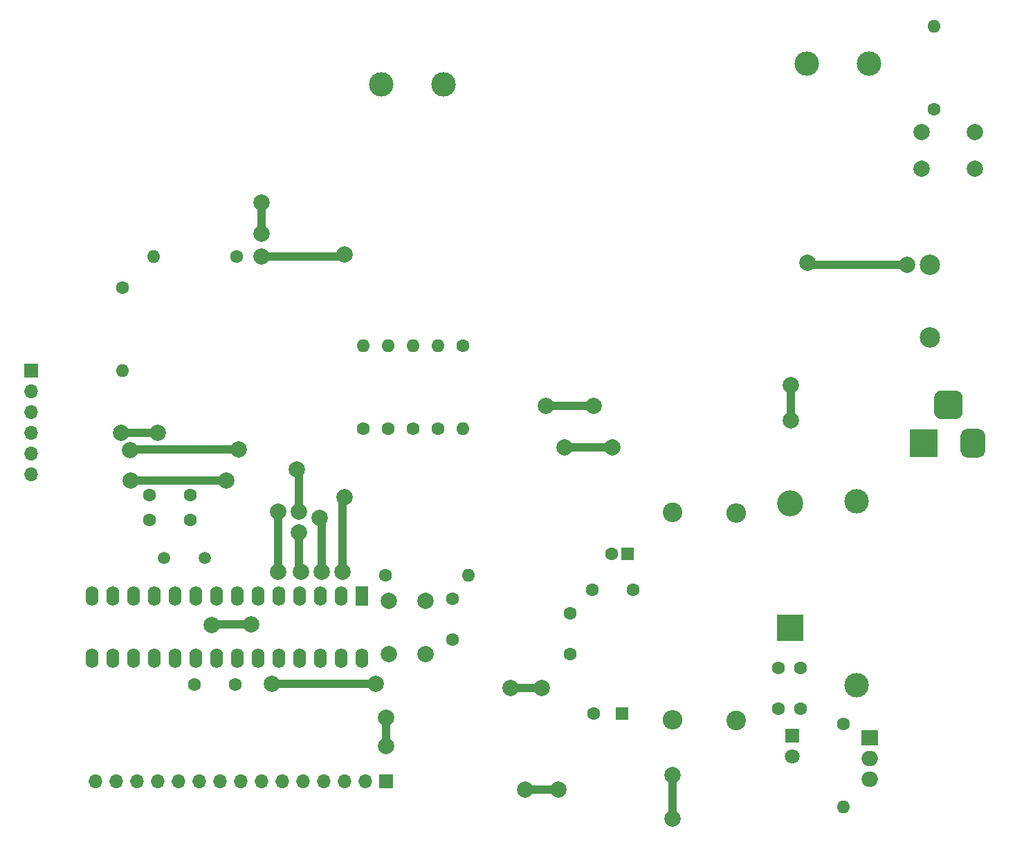
<source format=gbr>
%TF.GenerationSoftware,KiCad,Pcbnew,(5.1.6)-1*%
%TF.CreationDate,2021-04-21T16:58:09+02:00*%
%TF.ProjectId,_7SEG_CONTROL,5f375345-475f-4434-9f4e-54524f4c2e6b,rev?*%
%TF.SameCoordinates,Original*%
%TF.FileFunction,Copper,L1,Top*%
%TF.FilePolarity,Positive*%
%FSLAX46Y46*%
G04 Gerber Fmt 4.6, Leading zero omitted, Abs format (unit mm)*
G04 Created by KiCad (PCBNEW (5.1.6)-1) date 2021-04-21 16:58:09*
%MOMM*%
%LPD*%
G01*
G04 APERTURE LIST*
%TA.AperFunction,ComponentPad*%
%ADD10C,3.000000*%
%TD*%
%TA.AperFunction,ComponentPad*%
%ADD11C,2.000000*%
%TD*%
%TA.AperFunction,ComponentPad*%
%ADD12R,1.700000X1.700000*%
%TD*%
%TA.AperFunction,ComponentPad*%
%ADD13O,1.700000X1.700000*%
%TD*%
%TA.AperFunction,ComponentPad*%
%ADD14C,1.600000*%
%TD*%
%TA.AperFunction,ComponentPad*%
%ADD15R,1.600000X1.600000*%
%TD*%
%TA.AperFunction,ComponentPad*%
%ADD16R,3.200000X3.200000*%
%TD*%
%TA.AperFunction,ComponentPad*%
%ADD17O,3.200000X3.200000*%
%TD*%
%TA.AperFunction,ComponentPad*%
%ADD18R,1.800000X1.800000*%
%TD*%
%TA.AperFunction,ComponentPad*%
%ADD19C,1.800000*%
%TD*%
%TA.AperFunction,ComponentPad*%
%ADD20R,3.500000X3.500000*%
%TD*%
%TA.AperFunction,ComponentPad*%
%ADD21O,2.400000X2.400000*%
%TD*%
%TA.AperFunction,ComponentPad*%
%ADD22C,2.400000*%
%TD*%
%TA.AperFunction,ComponentPad*%
%ADD23O,1.600000X1.600000*%
%TD*%
%TA.AperFunction,ComponentPad*%
%ADD24R,2.000000X1.905000*%
%TD*%
%TA.AperFunction,ComponentPad*%
%ADD25O,2.000000X1.905000*%
%TD*%
%TA.AperFunction,ComponentPad*%
%ADD26R,1.600000X2.400000*%
%TD*%
%TA.AperFunction,ComponentPad*%
%ADD27O,1.600000X2.400000*%
%TD*%
%TA.AperFunction,ComponentPad*%
%ADD28C,1.500000*%
%TD*%
%TA.AperFunction,ComponentPad*%
%ADD29C,2.500000*%
%TD*%
%TA.AperFunction,ViaPad*%
%ADD30C,2.000000*%
%TD*%
%TA.AperFunction,Conductor*%
%ADD31C,1.000000*%
%TD*%
G04 APERTURE END LIST*
D10*
%TO.P,U5,3*%
%TO.N,/V+*%
X137541000Y-47244000D03*
%TO.P,U5,4*%
%TO.N,/GND*%
X129921000Y-47244000D03*
%TO.P,U5,2*%
%TO.N,Net-(J2-PadN)*%
X181991000Y-44704000D03*
%TO.P,U5,1*%
%TO.N,Net-(J2-PadL)*%
X189611000Y-44704000D03*
%TD*%
D11*
%TO.P,SW2,2*%
%TO.N,/Interrupt*%
X196088000Y-57573001D03*
%TO.P,SW2,1*%
%TO.N,/GND*%
X196088000Y-53073001D03*
%TO.P,SW2,2*%
%TO.N,/Interrupt*%
X202588000Y-57573001D03*
%TO.P,SW2,1*%
%TO.N,/GND*%
X202588000Y-53073001D03*
%TD*%
D12*
%TO.P,J4,1*%
%TO.N,/GND*%
X130556000Y-132588000D03*
D13*
%TO.P,J4,2*%
%TO.N,/5V*%
X128016000Y-132588000D03*
%TO.P,J4,3*%
%TO.N,/12V*%
X125476000Y-132588000D03*
%TO.P,J4,4*%
%TO.N,/B_D3*%
X122936000Y-132588000D03*
%TO.P,J4,5*%
%TO.N,/C_D3*%
X120396000Y-132588000D03*
%TO.P,J4,6*%
%TO.N,/D_D3*%
X117856000Y-132588000D03*
%TO.P,J4,7*%
%TO.N,/A_D3*%
X115316000Y-132588000D03*
%TO.P,J4,8*%
%TO.N,/B_D2*%
X112776000Y-132588000D03*
%TO.P,J4,9*%
%TO.N,/C_D2*%
X110236000Y-132588000D03*
%TO.P,J4,10*%
%TO.N,/D_D2*%
X107696000Y-132588000D03*
%TO.P,J4,11*%
%TO.N,/A_D2*%
X105156000Y-132588000D03*
%TO.P,J4,12*%
%TO.N,/B_D1*%
X102616000Y-132588000D03*
%TO.P,J4,13*%
%TO.N,/C_D1*%
X100076000Y-132588000D03*
%TO.P,J4,14*%
%TO.N,/D_D1*%
X97536000Y-132588000D03*
%TO.P,J4,15*%
%TO.N,/A_D1*%
X94996000Y-132588000D03*
%TD*%
D14*
%TO.P,C1,1*%
%TO.N,Net-(C1-Pad1)*%
X178506000Y-118674000D03*
%TO.P,C1,2*%
%TO.N,/GND*%
X178506000Y-123674000D03*
%TD*%
%TO.P,C2,2*%
%TO.N,/GND*%
X181286000Y-123704000D03*
%TO.P,C2,1*%
%TO.N,/5V*%
X181286000Y-118704000D03*
%TD*%
%TO.P,C3,1*%
%TO.N,Net-(C3-Pad1)*%
X160726000Y-109144000D03*
%TO.P,C3,2*%
%TO.N,/GND*%
X155726000Y-109144000D03*
%TD*%
D15*
%TO.P,C4,1*%
%TO.N,Net-(C3-Pad1)*%
X160116000Y-104734000D03*
D14*
%TO.P,C4,2*%
%TO.N,/GND*%
X158116000Y-104734000D03*
%TD*%
%TO.P,C5,2*%
%TO.N,/GND*%
X106600000Y-100584000D03*
%TO.P,C5,1*%
%TO.N,Net-(C5-Pad1)*%
X101600000Y-100584000D03*
%TD*%
%TO.P,C6,1*%
%TO.N,Net-(C6-Pad1)*%
X101600000Y-97536000D03*
%TO.P,C6,2*%
%TO.N,/GND*%
X106600000Y-97536000D03*
%TD*%
%TO.P,C7,1*%
%TO.N,/GND*%
X138666000Y-115224000D03*
%TO.P,C7,2*%
%TO.N,Net-(C7-Pad2)*%
X138666000Y-110224000D03*
%TD*%
%TO.P,C8,2*%
%TO.N,/GND*%
X112106000Y-120694000D03*
%TO.P,C8,1*%
%TO.N,/5V*%
X107106000Y-120694000D03*
%TD*%
D15*
%TO.P,C9,1*%
%TO.N,/3.3V*%
X159396000Y-124324000D03*
D14*
%TO.P,C9,2*%
%TO.N,/GND*%
X155896000Y-124324000D03*
%TD*%
%TO.P,C10,2*%
%TO.N,/GND*%
X153056000Y-112044000D03*
%TO.P,C10,1*%
%TO.N,/3.3V*%
X153056000Y-117044000D03*
%TD*%
D16*
%TO.P,D1,1*%
%TO.N,/12V*%
X179956000Y-113784000D03*
D17*
%TO.P,D1,2*%
%TO.N,/V+*%
X179956000Y-98544000D03*
%TD*%
D18*
%TO.P,D2,1*%
%TO.N,/GND*%
X180266000Y-127034000D03*
D19*
%TO.P,D2,2*%
%TO.N,Net-(D2-Pad2)*%
X180266000Y-129574000D03*
%TD*%
D10*
%TO.P,F1,1*%
%TO.N,/V+*%
X188076000Y-98284000D03*
%TO.P,F1,2*%
%TO.N,Net-(F1-Pad2)*%
X188076000Y-120784000D03*
%TD*%
D20*
%TO.P,J1,1*%
%TO.N,Net-(F1-Pad2)*%
X196342000Y-91186000D03*
%TO.P,J1,2*%
%TO.N,/GND*%
%TA.AperFunction,ComponentPad*%
G36*
G01*
X203842000Y-90186000D02*
X203842000Y-92186000D01*
G75*
G02*
X203092000Y-92936000I-750000J0D01*
G01*
X201592000Y-92936000D01*
G75*
G02*
X200842000Y-92186000I0J750000D01*
G01*
X200842000Y-90186000D01*
G75*
G02*
X201592000Y-89436000I750000J0D01*
G01*
X203092000Y-89436000D01*
G75*
G02*
X203842000Y-90186000I0J-750000D01*
G01*
G37*
%TD.AperFunction*%
%TO.P,J1,3*%
%TA.AperFunction,ComponentPad*%
G36*
G01*
X201092000Y-85611000D02*
X201092000Y-87361000D01*
G75*
G02*
X200217000Y-88236000I-875000J0D01*
G01*
X198467000Y-88236000D01*
G75*
G02*
X197592000Y-87361000I0J875000D01*
G01*
X197592000Y-85611000D01*
G75*
G02*
X198467000Y-84736000I875000J0D01*
G01*
X200217000Y-84736000D01*
G75*
G02*
X201092000Y-85611000I0J-875000D01*
G01*
G37*
%TD.AperFunction*%
%TD*%
D21*
%TO.P,R1,2*%
%TO.N,/12V*%
X173356000Y-99734000D03*
D22*
%TO.P,R1,1*%
%TO.N,Net-(C1-Pad1)*%
X173356000Y-125134000D03*
%TD*%
D23*
%TO.P,R2,2*%
%TO.N,Net-(D2-Pad2)*%
X186506000Y-135724000D03*
D14*
%TO.P,R2,1*%
%TO.N,/5V*%
X186506000Y-125564000D03*
%TD*%
D22*
%TO.P,R3,1*%
%TO.N,Net-(C3-Pad1)*%
X165616000Y-99624000D03*
D21*
%TO.P,R3,2*%
%TO.N,/12V*%
X165616000Y-125024000D03*
%TD*%
D14*
%TO.P,R4,1*%
%TO.N,Net-(C7-Pad2)*%
X130476000Y-107354000D03*
D23*
%TO.P,R4,2*%
%TO.N,/5V*%
X140636000Y-107354000D03*
%TD*%
D11*
%TO.P,SW1,2*%
%TO.N,Net-(C7-Pad2)*%
X130886000Y-110474000D03*
%TO.P,SW1,1*%
%TO.N,/GND*%
X135386000Y-110474000D03*
%TO.P,SW1,2*%
%TO.N,Net-(C7-Pad2)*%
X130886000Y-116974000D03*
%TO.P,SW1,1*%
%TO.N,/GND*%
X135386000Y-116974000D03*
%TD*%
D24*
%TO.P,U1,1*%
%TO.N,Net-(C1-Pad1)*%
X189736000Y-127214000D03*
D25*
%TO.P,U1,2*%
%TO.N,/GND*%
X189736000Y-129754000D03*
%TO.P,U1,3*%
%TO.N,/5V*%
X189736000Y-132294000D03*
%TD*%
D26*
%TO.P,U3,1*%
%TO.N,Net-(C7-Pad2)*%
X127576000Y-109894000D03*
D27*
%TO.P,U3,15*%
%TO.N,Net-(U3-Pad15)*%
X94556000Y-117514000D03*
%TO.P,U3,2*%
%TO.N,/RX-MCU*%
X125036000Y-109894000D03*
%TO.P,U3,16*%
%TO.N,/A_D1*%
X97096000Y-117514000D03*
%TO.P,U3,3*%
%TO.N,/TX_MCU*%
X122496000Y-109894000D03*
%TO.P,U3,17*%
%TO.N,/D_D1*%
X99636000Y-117514000D03*
%TO.P,U3,4*%
%TO.N,/EN*%
X119956000Y-109894000D03*
%TO.P,U3,18*%
%TO.N,/C_D1*%
X102176000Y-117514000D03*
%TO.P,U3,5*%
%TO.N,/RST*%
X117416000Y-109894000D03*
%TO.P,U3,19*%
%TO.N,/B_D1*%
X104716000Y-117514000D03*
%TO.P,U3,6*%
%TO.N,/B_D3*%
X114876000Y-109894000D03*
%TO.P,U3,20*%
%TO.N,/5V*%
X107256000Y-117514000D03*
%TO.P,U3,7*%
X112336000Y-109894000D03*
%TO.P,U3,21*%
%TO.N,Net-(U3-Pad21)*%
X109796000Y-117514000D03*
%TO.P,U3,8*%
%TO.N,/GND*%
X109796000Y-109894000D03*
%TO.P,U3,22*%
X112336000Y-117514000D03*
%TO.P,U3,9*%
%TO.N,Net-(C5-Pad1)*%
X107256000Y-109894000D03*
%TO.P,U3,23*%
%TO.N,Net-(U3-Pad23)*%
X114876000Y-117514000D03*
%TO.P,U3,10*%
%TO.N,Net-(C6-Pad1)*%
X104716000Y-109894000D03*
%TO.P,U3,24*%
%TO.N,Net-(U3-Pad24)*%
X117416000Y-117514000D03*
%TO.P,U3,11*%
%TO.N,/C_D3*%
X102176000Y-109894000D03*
%TO.P,U3,25*%
%TO.N,/A_D2*%
X119956000Y-117514000D03*
%TO.P,U3,12*%
%TO.N,/D_D3*%
X99636000Y-109894000D03*
%TO.P,U3,26*%
%TO.N,/D_D2*%
X122496000Y-117514000D03*
%TO.P,U3,13*%
%TO.N,/A_D3*%
X97096000Y-109894000D03*
%TO.P,U3,27*%
%TO.N,/C_D2*%
X125036000Y-117514000D03*
%TO.P,U3,14*%
%TO.N,Net-(U3-Pad14)*%
X94556000Y-109894000D03*
%TO.P,U3,28*%
%TO.N,/B_D2*%
X127576000Y-117514000D03*
%TD*%
D28*
%TO.P,Y1,1*%
%TO.N,Net-(C5-Pad1)*%
X108326000Y-105234000D03*
%TO.P,Y1,2*%
%TO.N,Net-(C6-Pad1)*%
X103326000Y-105234000D03*
%TD*%
D14*
%TO.P,R5,1*%
%TO.N,/TX_MCU*%
X139954000Y-79248000D03*
D23*
%TO.P,R5,2*%
%TO.N,/RXD*%
X139954000Y-89408000D03*
%TD*%
%TO.P,R6,2*%
%TO.N,/GND*%
X136906000Y-79248000D03*
D14*
%TO.P,R6,1*%
%TO.N,/RXD*%
X136906000Y-89408000D03*
%TD*%
%TO.P,R7,1*%
%TO.N,/IO15*%
X127762000Y-89408000D03*
D23*
%TO.P,R7,2*%
%TO.N,/GND*%
X127762000Y-79248000D03*
%TD*%
D14*
%TO.P,R8,1*%
%TO.N,/RST*%
X98298000Y-72136000D03*
D23*
%TO.P,R8,2*%
%TO.N,/3.3V*%
X98298000Y-82296000D03*
%TD*%
%TO.P,R9,2*%
%TO.N,/3.3V*%
X102108000Y-68326000D03*
D14*
%TO.P,R9,1*%
%TO.N,/EN*%
X112268000Y-68326000D03*
%TD*%
%TO.P,R10,1*%
%TO.N,/IO0*%
X133858000Y-89408000D03*
D23*
%TO.P,R10,2*%
%TO.N,/3.3V*%
X133858000Y-79248000D03*
%TD*%
%TO.P,R11,2*%
%TO.N,/3.3V*%
X130810000Y-79248000D03*
D14*
%TO.P,R11,1*%
%TO.N,/IO2*%
X130810000Y-89408000D03*
%TD*%
D29*
%TO.P,J2,N*%
%TO.N,Net-(J2-PadN)*%
X197104000Y-69342000D03*
%TO.P,J2,L*%
%TO.N,Net-(J2-PadL)*%
X197104000Y-78232000D03*
%TD*%
D14*
%TO.P,R12,1*%
%TO.N,/Interrupt*%
X197612000Y-50292000D03*
D23*
%TO.P,R12,2*%
%TO.N,/3.3V*%
X197612000Y-40132000D03*
%TD*%
D12*
%TO.P,J3,1*%
%TO.N,/3.3V*%
X87122000Y-82296000D03*
D13*
%TO.P,J3,2*%
%TO.N,/RX-MCU*%
X87122000Y-84836000D03*
%TO.P,J3,3*%
%TO.N,/RXD*%
X87122000Y-87376000D03*
%TO.P,J3,4*%
%TO.N,/IO0*%
X87122000Y-89916000D03*
%TO.P,J3,5*%
%TO.N,/RST*%
X87122000Y-92456000D03*
%TO.P,J3,6*%
%TO.N,/GND*%
X87122000Y-94996000D03*
%TD*%
D30*
%TO.N,/GND*%
X129263810Y-120681296D03*
X151638000Y-133604000D03*
X147574000Y-133604000D03*
X116582006Y-120654000D03*
X150114000Y-86614000D03*
X155956000Y-86614000D03*
X130556000Y-128270000D03*
X130556000Y-124792000D03*
%TO.N,/5V*%
X114006000Y-113384000D03*
X109186000Y-113424000D03*
X149606018Y-121158000D03*
X145796000Y-121158000D03*
%TO.N,/3.3V*%
X158242000Y-91693996D03*
X152399996Y-91693996D03*
%TO.N,/12V*%
X165608000Y-137160000D03*
X165566001Y-131784001D03*
%TO.N,/RX-MCU*%
X125222000Y-106962012D03*
X98079018Y-89876910D03*
X125476000Y-97790004D03*
X102616006Y-89915994D03*
%TO.N,/TX_MCU*%
X122682000Y-106962022D03*
X122428000Y-100330000D03*
%TO.N,/RST*%
X117348000Y-106962022D03*
X111012011Y-95743989D03*
X117348000Y-99568000D03*
X99299989Y-95743989D03*
%TO.N,/EN*%
X119888000Y-102079988D03*
X120142000Y-106962012D03*
X115315988Y-68326000D03*
X125476000Y-68072000D03*
%TO.N,/IO0*%
X119888000Y-99568000D03*
X119633985Y-94389983D03*
%TO.N,/V+*%
X180086000Y-88392000D03*
X180086000Y-84074000D03*
%TO.N,Net-(J2-PadN)*%
X194310000Y-69342000D03*
X182118000Y-69088000D03*
%TO.N,/Interrupt*%
X115316000Y-65531976D03*
X115316000Y-61722004D03*
%TO.N,/RXD*%
X112522002Y-91948000D03*
X99187006Y-92074998D03*
%TD*%
D31*
%TO.N,/GND*%
X151638000Y-133604000D02*
X147574000Y-133604000D01*
X116609302Y-120681296D02*
X116582006Y-120654000D01*
X129263810Y-120681296D02*
X116609302Y-120681296D01*
X150114000Y-86614000D02*
X155956000Y-86614000D01*
X130556000Y-128270000D02*
X130556000Y-124792000D01*
%TO.N,/5V*%
X114006000Y-113384000D02*
X109226000Y-113384000D01*
X109226000Y-113384000D02*
X109186000Y-113424000D01*
X149606018Y-121158000D02*
X145796000Y-121158000D01*
%TO.N,/3.3V*%
X158242000Y-91693996D02*
X152399996Y-91693996D01*
%TO.N,/12V*%
X165608000Y-131826000D02*
X165566001Y-131784001D01*
X165608000Y-137160000D02*
X165608000Y-131826000D01*
%TO.N,/RX-MCU*%
X125222000Y-106962012D02*
X125222000Y-98044004D01*
X125222000Y-98044004D02*
X125476000Y-97790004D01*
X98079018Y-89876910D02*
X102576922Y-89876910D01*
X102576922Y-89876910D02*
X102616006Y-89915994D01*
%TO.N,/TX_MCU*%
X122682000Y-100584000D02*
X122428000Y-100330000D01*
X122682000Y-106962022D02*
X122682000Y-100584000D01*
%TO.N,/RST*%
X117348000Y-106962022D02*
X117348000Y-99568000D01*
X111012011Y-95743989D02*
X99299989Y-95743989D01*
%TO.N,/EN*%
X119888000Y-102079988D02*
X119888000Y-106708012D01*
X119888000Y-106708012D02*
X120142000Y-106962012D01*
X125222000Y-68326000D02*
X125476000Y-68072000D01*
X115315988Y-68326000D02*
X125222000Y-68326000D01*
%TO.N,/IO0*%
X119888000Y-94643998D02*
X119633985Y-94389983D01*
X119888000Y-99568000D02*
X119888000Y-94643998D01*
%TO.N,/V+*%
X180086000Y-88392000D02*
X180086000Y-84074000D01*
%TO.N,Net-(J2-PadN)*%
X182372000Y-69342000D02*
X182118000Y-69088000D01*
X194310000Y-69342000D02*
X185928000Y-69342000D01*
X185928000Y-69342000D02*
X182372000Y-69342000D01*
%TO.N,/Interrupt*%
X115316000Y-65531976D02*
X115316000Y-61722004D01*
%TO.N,/RXD*%
X99314004Y-91948000D02*
X99187006Y-92074998D01*
X112522002Y-91948000D02*
X99314004Y-91948000D01*
%TD*%
M02*

</source>
